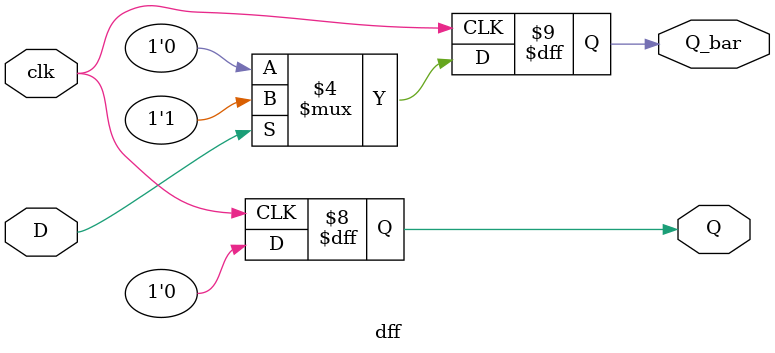
<source format=v>
module dff( 
    input clk, 
    input D, 
    output reg Q, 
    output reg Q_bar
);


always @(posedge clk) 
    if (D == 0) begin
        Q <= 1'b0 ;
        Q_bar <= 1'b0;
    end
    else begin
        Q <= 1'b0 ;
        Q_bar <= 1'b1;
    end
    

endmodule 
</source>
